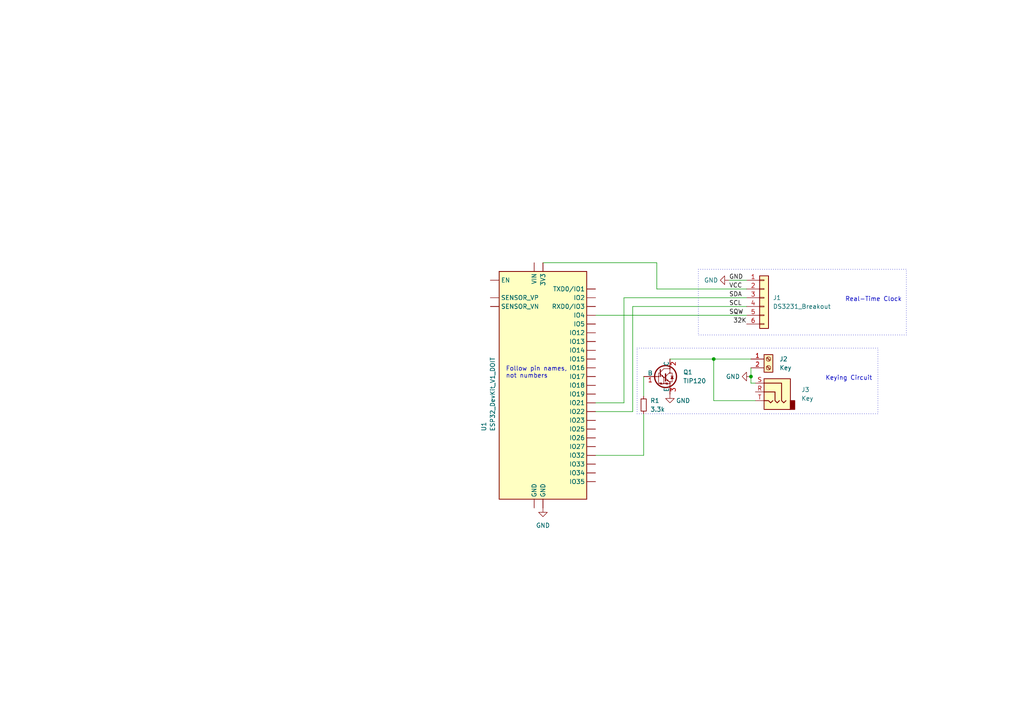
<source format=kicad_sch>
(kicad_sch (version 20230121) (generator eeschema)

  (uuid a80cd57a-a085-4fff-90a9-3d1c9c67c6a7)

  (paper "A4")

  (lib_symbols
    (symbol "Connector:Screw_Terminal_01x02" (pin_names (offset 1.016) hide) (in_bom yes) (on_board yes)
      (property "Reference" "J" (at 0 2.54 0)
        (effects (font (size 1.27 1.27)))
      )
      (property "Value" "Screw_Terminal_01x02" (at 0 -5.08 0)
        (effects (font (size 1.27 1.27)))
      )
      (property "Footprint" "" (at 0 0 0)
        (effects (font (size 1.27 1.27)) hide)
      )
      (property "Datasheet" "~" (at 0 0 0)
        (effects (font (size 1.27 1.27)) hide)
      )
      (property "ki_keywords" "screw terminal" (at 0 0 0)
        (effects (font (size 1.27 1.27)) hide)
      )
      (property "ki_description" "Generic screw terminal, single row, 01x02, script generated (kicad-library-utils/schlib/autogen/connector/)" (at 0 0 0)
        (effects (font (size 1.27 1.27)) hide)
      )
      (property "ki_fp_filters" "TerminalBlock*:*" (at 0 0 0)
        (effects (font (size 1.27 1.27)) hide)
      )
      (symbol "Screw_Terminal_01x02_1_1"
        (rectangle (start -1.27 1.27) (end 1.27 -3.81)
          (stroke (width 0.254) (type default))
          (fill (type background))
        )
        (circle (center 0 -2.54) (radius 0.635)
          (stroke (width 0.1524) (type default))
          (fill (type none))
        )
        (polyline
          (pts
            (xy -0.5334 -2.2098)
            (xy 0.3302 -3.048)
          )
          (stroke (width 0.1524) (type default))
          (fill (type none))
        )
        (polyline
          (pts
            (xy -0.5334 0.3302)
            (xy 0.3302 -0.508)
          )
          (stroke (width 0.1524) (type default))
          (fill (type none))
        )
        (polyline
          (pts
            (xy -0.3556 -2.032)
            (xy 0.508 -2.8702)
          )
          (stroke (width 0.1524) (type default))
          (fill (type none))
        )
        (polyline
          (pts
            (xy -0.3556 0.508)
            (xy 0.508 -0.3302)
          )
          (stroke (width 0.1524) (type default))
          (fill (type none))
        )
        (circle (center 0 0) (radius 0.635)
          (stroke (width 0.1524) (type default))
          (fill (type none))
        )
        (pin passive line (at -5.08 0 0) (length 3.81)
          (name "Pin_1" (effects (font (size 1.27 1.27))))
          (number "1" (effects (font (size 1.27 1.27))))
        )
        (pin passive line (at -5.08 -2.54 0) (length 3.81)
          (name "Pin_2" (effects (font (size 1.27 1.27))))
          (number "2" (effects (font (size 1.27 1.27))))
        )
      )
    )
    (symbol "Connector_Audio:AudioJack3" (in_bom yes) (on_board yes)
      (property "Reference" "J" (at 0 8.89 0)
        (effects (font (size 1.27 1.27)))
      )
      (property "Value" "AudioJack3" (at 0 6.35 0)
        (effects (font (size 1.27 1.27)))
      )
      (property "Footprint" "" (at 0 0 0)
        (effects (font (size 1.27 1.27)) hide)
      )
      (property "Datasheet" "~" (at 0 0 0)
        (effects (font (size 1.27 1.27)) hide)
      )
      (property "ki_keywords" "audio jack receptacle stereo headphones phones TRS connector" (at 0 0 0)
        (effects (font (size 1.27 1.27)) hide)
      )
      (property "ki_description" "Audio Jack, 3 Poles (Stereo / TRS)" (at 0 0 0)
        (effects (font (size 1.27 1.27)) hide)
      )
      (property "ki_fp_filters" "Jack*" (at 0 0 0)
        (effects (font (size 1.27 1.27)) hide)
      )
      (symbol "AudioJack3_0_1"
        (rectangle (start -5.08 -5.08) (end -6.35 -2.54)
          (stroke (width 0.254) (type default))
          (fill (type outline))
        )
        (polyline
          (pts
            (xy 0 -2.54)
            (xy 0.635 -3.175)
            (xy 1.27 -2.54)
            (xy 2.54 -2.54)
          )
          (stroke (width 0.254) (type default))
          (fill (type none))
        )
        (polyline
          (pts
            (xy -1.905 -2.54)
            (xy -1.27 -3.175)
            (xy -0.635 -2.54)
            (xy -0.635 0)
            (xy 2.54 0)
          )
          (stroke (width 0.254) (type default))
          (fill (type none))
        )
        (polyline
          (pts
            (xy 2.54 2.54)
            (xy -2.54 2.54)
            (xy -2.54 -2.54)
            (xy -3.175 -3.175)
            (xy -3.81 -2.54)
          )
          (stroke (width 0.254) (type default))
          (fill (type none))
        )
        (rectangle (start 2.54 3.81) (end -5.08 -5.08)
          (stroke (width 0.254) (type default))
          (fill (type background))
        )
      )
      (symbol "AudioJack3_1_1"
        (pin passive line (at 5.08 0 180) (length 2.54)
          (name "~" (effects (font (size 1.27 1.27))))
          (number "R" (effects (font (size 1.27 1.27))))
        )
        (pin passive line (at 5.08 2.54 180) (length 2.54)
          (name "~" (effects (font (size 1.27 1.27))))
          (number "S" (effects (font (size 1.27 1.27))))
        )
        (pin passive line (at 5.08 -2.54 180) (length 2.54)
          (name "~" (effects (font (size 1.27 1.27))))
          (number "T" (effects (font (size 1.27 1.27))))
        )
      )
    )
    (symbol "Connector_Generic:Conn_01x06" (pin_names (offset 1.016) hide) (in_bom yes) (on_board yes)
      (property "Reference" "J" (at 0 7.62 0)
        (effects (font (size 1.27 1.27)))
      )
      (property "Value" "Conn_01x06" (at 0 -10.16 0)
        (effects (font (size 1.27 1.27)))
      )
      (property "Footprint" "" (at 0 0 0)
        (effects (font (size 1.27 1.27)) hide)
      )
      (property "Datasheet" "~" (at 0 0 0)
        (effects (font (size 1.27 1.27)) hide)
      )
      (property "ki_keywords" "connector" (at 0 0 0)
        (effects (font (size 1.27 1.27)) hide)
      )
      (property "ki_description" "Generic connector, single row, 01x06, script generated (kicad-library-utils/schlib/autogen/connector/)" (at 0 0 0)
        (effects (font (size 1.27 1.27)) hide)
      )
      (property "ki_fp_filters" "Connector*:*_1x??_*" (at 0 0 0)
        (effects (font (size 1.27 1.27)) hide)
      )
      (symbol "Conn_01x06_1_1"
        (rectangle (start -1.27 -7.493) (end 0 -7.747)
          (stroke (width 0.1524) (type default))
          (fill (type none))
        )
        (rectangle (start -1.27 -4.953) (end 0 -5.207)
          (stroke (width 0.1524) (type default))
          (fill (type none))
        )
        (rectangle (start -1.27 -2.413) (end 0 -2.667)
          (stroke (width 0.1524) (type default))
          (fill (type none))
        )
        (rectangle (start -1.27 0.127) (end 0 -0.127)
          (stroke (width 0.1524) (type default))
          (fill (type none))
        )
        (rectangle (start -1.27 2.667) (end 0 2.413)
          (stroke (width 0.1524) (type default))
          (fill (type none))
        )
        (rectangle (start -1.27 5.207) (end 0 4.953)
          (stroke (width 0.1524) (type default))
          (fill (type none))
        )
        (rectangle (start -1.27 6.35) (end 1.27 -8.89)
          (stroke (width 0.254) (type default))
          (fill (type background))
        )
        (pin passive line (at -5.08 5.08 0) (length 3.81)
          (name "Pin_1" (effects (font (size 1.27 1.27))))
          (number "1" (effects (font (size 1.27 1.27))))
        )
        (pin passive line (at -5.08 2.54 0) (length 3.81)
          (name "Pin_2" (effects (font (size 1.27 1.27))))
          (number "2" (effects (font (size 1.27 1.27))))
        )
        (pin passive line (at -5.08 0 0) (length 3.81)
          (name "Pin_3" (effects (font (size 1.27 1.27))))
          (number "3" (effects (font (size 1.27 1.27))))
        )
        (pin passive line (at -5.08 -2.54 0) (length 3.81)
          (name "Pin_4" (effects (font (size 1.27 1.27))))
          (number "4" (effects (font (size 1.27 1.27))))
        )
        (pin passive line (at -5.08 -5.08 0) (length 3.81)
          (name "Pin_5" (effects (font (size 1.27 1.27))))
          (number "5" (effects (font (size 1.27 1.27))))
        )
        (pin passive line (at -5.08 -7.62 0) (length 3.81)
          (name "Pin_6" (effects (font (size 1.27 1.27))))
          (number "6" (effects (font (size 1.27 1.27))))
        )
      )
    )
    (symbol "Device:R_Small" (pin_numbers hide) (pin_names (offset 0.254) hide) (in_bom yes) (on_board yes)
      (property "Reference" "R" (at 0.762 0.508 0)
        (effects (font (size 1.27 1.27)) (justify left))
      )
      (property "Value" "R_Small" (at 0.762 -1.016 0)
        (effects (font (size 1.27 1.27)) (justify left))
      )
      (property "Footprint" "" (at 0 0 0)
        (effects (font (size 1.27 1.27)) hide)
      )
      (property "Datasheet" "~" (at 0 0 0)
        (effects (font (size 1.27 1.27)) hide)
      )
      (property "ki_keywords" "R resistor" (at 0 0 0)
        (effects (font (size 1.27 1.27)) hide)
      )
      (property "ki_description" "Resistor, small symbol" (at 0 0 0)
        (effects (font (size 1.27 1.27)) hide)
      )
      (property "ki_fp_filters" "R_*" (at 0 0 0)
        (effects (font (size 1.27 1.27)) hide)
      )
      (symbol "R_Small_0_1"
        (rectangle (start -0.762 1.778) (end 0.762 -1.778)
          (stroke (width 0.2032) (type default))
          (fill (type none))
        )
      )
      (symbol "R_Small_1_1"
        (pin passive line (at 0 2.54 270) (length 0.762)
          (name "~" (effects (font (size 1.27 1.27))))
          (number "1" (effects (font (size 1.27 1.27))))
        )
        (pin passive line (at 0 -2.54 90) (length 0.762)
          (name "~" (effects (font (size 1.27 1.27))))
          (number "2" (effects (font (size 1.27 1.27))))
        )
      )
    )
    (symbol "Transistor_BJT:TIP120" (pin_names (offset 0)) (in_bom yes) (on_board yes)
      (property "Reference" "Q" (at 5.08 1.905 0)
        (effects (font (size 1.27 1.27)) (justify left))
      )
      (property "Value" "TIP120" (at 5.08 0 0)
        (effects (font (size 1.27 1.27)) (justify left))
      )
      (property "Footprint" "Package_TO_SOT_THT:TO-220-3_Vertical" (at 5.08 -1.905 0)
        (effects (font (size 1.27 1.27) italic) (justify left) hide)
      )
      (property "Datasheet" "https://www.onsemi.com/pub/Collateral/TIP120-D.PDF" (at 0 0 0)
        (effects (font (size 1.27 1.27)) (justify left) hide)
      )
      (property "ki_keywords" "Darlington Power NPN Transistor" (at 0 0 0)
        (effects (font (size 1.27 1.27)) hide)
      )
      (property "ki_description" "5A Ic, 60V Vce, Silicon Darlington Power NPN Transistor, TO-220" (at 0 0 0)
        (effects (font (size 1.27 1.27)) hide)
      )
      (property "ki_fp_filters" "TO?220*" (at 0 0 0)
        (effects (font (size 1.27 1.27)) hide)
      )
      (symbol "TIP120_0_1"
        (circle (center -0.762 0) (radius 0.127)
          (stroke (width 0) (type default))
          (fill (type none))
        )
        (polyline
          (pts
            (xy -1.27 0)
            (xy -0.889 0)
          )
          (stroke (width 0) (type default))
          (fill (type none))
        )
        (polyline
          (pts
            (xy 2.54 -2.032)
            (xy 2.54 -2.54)
          )
          (stroke (width 0) (type default))
          (fill (type none))
        )
        (polyline
          (pts
            (xy 2.54 -1.524)
            (xy 3.175 -1.524)
          )
          (stroke (width 0) (type default))
          (fill (type none))
        )
        (polyline
          (pts
            (xy 2.794 0.127)
            (xy 3.556 0.127)
          )
          (stroke (width 0) (type default))
          (fill (type none))
        )
        (polyline
          (pts
            (xy 3.175 -0.635)
            (xy 3.175 -1.524)
          )
          (stroke (width 0) (type default))
          (fill (type none))
        )
        (polyline
          (pts
            (xy 3.175 1.016)
            (xy 2.54 1.016)
          )
          (stroke (width 0) (type default))
          (fill (type none))
        )
        (polyline
          (pts
            (xy 3.175 1.016)
            (xy 3.175 0.127)
          )
          (stroke (width 0) (type default))
          (fill (type none))
        )
        (polyline
          (pts
            (xy -0.254 0.762)
            (xy 0.762 -0.254)
            (xy 1.27 -0.254)
          )
          (stroke (width 0) (type default))
          (fill (type none))
        )
        (polyline
          (pts
            (xy -0.254 1.016)
            (xy -0.762 1.016)
            (xy -0.762 -2.032)
          )
          (stroke (width 0) (type default))
          (fill (type none))
        )
        (polyline
          (pts
            (xy -0.254 1.27)
            (xy 0.762 2.286)
            (xy 2.54 2.286)
          )
          (stroke (width 0) (type default))
          (fill (type none))
        )
        (polyline
          (pts
            (xy -0.254 2.032)
            (xy -0.254 0)
            (xy -0.254 0)
          )
          (stroke (width 0.3048) (type default))
          (fill (type none))
        )
        (polyline
          (pts
            (xy 1.27 0.762)
            (xy 1.27 -1.27)
            (xy 1.27 -1.27)
          )
          (stroke (width 0.381) (type default))
          (fill (type none))
        )
        (polyline
          (pts
            (xy 0.635 -0.127)
            (xy 0.381 0.381)
            (xy 0.127 0.127)
            (xy 0.635 -0.127)
          )
          (stroke (width 0) (type default))
          (fill (type none))
        )
        (polyline
          (pts
            (xy 1.27 -0.508)
            (xy 2.286 -1.524)
            (xy 2.54 -1.524)
            (xy 2.54 -2.032)
          )
          (stroke (width 0) (type default))
          (fill (type none))
        )
        (polyline
          (pts
            (xy 1.27 0)
            (xy 2.286 1.016)
            (xy 2.54 1.016)
            (xy 2.54 2.286)
          )
          (stroke (width 0) (type default))
          (fill (type none))
        )
        (polyline
          (pts
            (xy 2.159 -1.397)
            (xy 1.905 -0.889)
            (xy 1.651 -1.143)
            (xy 2.159 -1.397)
          )
          (stroke (width 0) (type default))
          (fill (type none))
        )
        (polyline
          (pts
            (xy 3.175 0.127)
            (xy 2.794 -0.635)
            (xy 3.556 -0.635)
            (xy 3.175 0.127)
          )
          (stroke (width 0) (type default))
          (fill (type outline))
        )
        (polyline
          (pts
            (xy 0.762 -2.032)
            (xy 0.381 -2.032)
            (xy 0.254 -2.286)
            (xy 0.127 -1.778)
            (xy 0 -2.286)
            (xy -0.127 -1.778)
            (xy -0.254 -2.286)
            (xy -0.381 -1.778)
            (xy -0.508 -2.032)
            (xy -0.762 -2.032)
          )
          (stroke (width 0) (type default))
          (fill (type none))
        )
        (polyline
          (pts
            (xy 0.762 -0.254)
            (xy 0.762 -2.032)
            (xy 1.143 -2.032)
            (xy 1.27 -1.778)
            (xy 1.397 -2.286)
            (xy 1.524 -1.778)
            (xy 1.651 -2.286)
            (xy 1.778 -1.778)
            (xy 1.905 -2.286)
            (xy 2.032 -2.032)
            (xy 2.54 -2.032)
          )
          (stroke (width 0) (type default))
          (fill (type none))
        )
        (circle (center 0.762 -2.032) (radius 0.127)
          (stroke (width 0) (type default))
          (fill (type none))
        )
        (circle (center 0.762 -0.254) (radius 0.127)
          (stroke (width 0) (type default))
          (fill (type none))
        )
        (circle (center 1.27 0) (radius 3.175)
          (stroke (width 0.3556) (type default))
          (fill (type none))
        )
        (circle (center 2.54 -2.032) (radius 0.127)
          (stroke (width 0) (type default))
          (fill (type none))
        )
        (circle (center 2.54 -1.524) (radius 0.127)
          (stroke (width 0) (type default))
          (fill (type none))
        )
        (circle (center 2.54 1.016) (radius 0.127)
          (stroke (width 0) (type default))
          (fill (type none))
        )
        (circle (center 2.54 2.286) (radius 0.127)
          (stroke (width 0) (type default))
          (fill (type none))
        )
      )
      (symbol "TIP120_1_1"
        (pin input line (at -5.08 0 0) (length 3.81)
          (name "B" (effects (font (size 1.27 1.27))))
          (number "1" (effects (font (size 1.27 1.27))))
        )
        (pin passive line (at 2.54 5.08 270) (length 2.667)
          (name "C" (effects (font (size 1.27 1.27))))
          (number "2" (effects (font (size 1.27 1.27))))
        )
        (pin passive line (at 2.54 -5.08 90) (length 2.54)
          (name "E" (effects (font (size 1.27 1.27))))
          (number "3" (effects (font (size 1.27 1.27))))
        )
      )
    )
    (symbol "esp32_devkit_v1_doit:ESP32_DevKit_V1_DOIT" (pin_numbers hide) (in_bom yes) (on_board yes)
      (property "Reference" "U" (at -11.43 34.29 0)
        (effects (font (size 1.27 1.27)))
      )
      (property "Value" "ESP32_DevKit_V1_DOIT" (at 11.43 34.29 0)
        (effects (font (size 1.27 1.27)))
      )
      (property "Footprint" "ESP32_DevKit_V1_DOIT:esp32_devkit_v1_doit" (at -11.43 34.29 0)
        (effects (font (size 1.27 1.27)) hide)
      )
      (property "Datasheet" "https://aliexpress.com/item/32864722159.html" (at -11.43 34.29 0)
        (effects (font (size 1.27 1.27)) hide)
      )
      (property "ki_keywords" "ESP32-WROOM-32 WiFi and Bluetooth microcontroller" (at 0 0 0)
        (effects (font (size 1.27 1.27)) hide)
      )
      (property "ki_description" "32-bit microcontroller module with WiFi and Bluetooth" (at 0 0 0)
        (effects (font (size 1.27 1.27)) hide)
      )
      (property "ki_fp_filters" "esp32?devkit?v1?doit*" (at 0 0 0)
        (effects (font (size 1.27 1.27)) hide)
      )
      (symbol "ESP32_DevKit_V1_DOIT_1_1"
        (rectangle (start -12.7 33.02) (end 12.7 -33.02)
          (stroke (width 0.254) (type solid))
          (fill (type background))
        )
        (pin input line (at -15.24 30.48 0) (length 2.54)
          (name "EN" (effects (font (size 1.27 1.27))))
          (number "1" (effects (font (size 1.27 1.27))))
        )
        (pin bidirectional line (at 15.24 -17.78 180) (length 2.54)
          (name "IO27" (effects (font (size 1.27 1.27))))
          (number "10" (effects (font (size 1.27 1.27))))
        )
        (pin bidirectional line (at 15.24 10.16 180) (length 2.54)
          (name "IO14" (effects (font (size 1.27 1.27))))
          (number "11" (effects (font (size 1.27 1.27))))
        )
        (pin bidirectional line (at 15.24 15.24 180) (length 2.54)
          (name "IO12" (effects (font (size 1.27 1.27))))
          (number "12" (effects (font (size 1.27 1.27))))
        )
        (pin bidirectional line (at 15.24 12.7 180) (length 2.54)
          (name "IO13" (effects (font (size 1.27 1.27))))
          (number "13" (effects (font (size 1.27 1.27))))
        )
        (pin power_in line (at -2.54 -35.56 90) (length 2.54)
          (name "GND" (effects (font (size 1.27 1.27))))
          (number "14" (effects (font (size 1.27 1.27))))
        )
        (pin power_in line (at -2.54 35.56 270) (length 2.54)
          (name "VIN" (effects (font (size 1.27 1.27))))
          (number "15" (effects (font (size 1.27 1.27))))
        )
        (pin power_in line (at 0 35.56 270) (length 2.54)
          (name "3V3" (effects (font (size 1.27 1.27))))
          (number "16" (effects (font (size 1.27 1.27))))
        )
        (pin power_in line (at 0 -35.56 90) (length 2.54)
          (name "GND" (effects (font (size 1.27 1.27))))
          (number "17" (effects (font (size 1.27 1.27))))
        )
        (pin bidirectional line (at 15.24 7.62 180) (length 2.54)
          (name "IO15" (effects (font (size 1.27 1.27))))
          (number "18" (effects (font (size 1.27 1.27))))
        )
        (pin bidirectional line (at 15.24 25.4 180) (length 2.54)
          (name "IO2" (effects (font (size 1.27 1.27))))
          (number "19" (effects (font (size 1.27 1.27))))
        )
        (pin input line (at -15.24 25.4 0) (length 2.54)
          (name "SENSOR_VP" (effects (font (size 1.27 1.27))))
          (number "2" (effects (font (size 1.27 1.27))))
        )
        (pin bidirectional line (at 15.24 20.32 180) (length 2.54)
          (name "IO4" (effects (font (size 1.27 1.27))))
          (number "20" (effects (font (size 1.27 1.27))))
        )
        (pin bidirectional line (at 15.24 5.08 180) (length 2.54)
          (name "IO16" (effects (font (size 1.27 1.27))))
          (number "21" (effects (font (size 1.27 1.27))))
        )
        (pin bidirectional line (at 15.24 2.54 180) (length 2.54)
          (name "IO17" (effects (font (size 1.27 1.27))))
          (number "22" (effects (font (size 1.27 1.27))))
        )
        (pin bidirectional line (at 15.24 17.78 180) (length 2.54)
          (name "IO5" (effects (font (size 1.27 1.27))))
          (number "23" (effects (font (size 1.27 1.27))))
        )
        (pin bidirectional line (at 15.24 0 180) (length 2.54)
          (name "IO18" (effects (font (size 1.27 1.27))))
          (number "24" (effects (font (size 1.27 1.27))))
        )
        (pin bidirectional line (at 15.24 -2.54 180) (length 2.54)
          (name "IO19" (effects (font (size 1.27 1.27))))
          (number "25" (effects (font (size 1.27 1.27))))
        )
        (pin bidirectional line (at 15.24 -5.08 180) (length 2.54)
          (name "IO21" (effects (font (size 1.27 1.27))))
          (number "26" (effects (font (size 1.27 1.27))))
        )
        (pin bidirectional line (at 15.24 22.86 180) (length 2.54)
          (name "RXD0/IO3" (effects (font (size 1.27 1.27))))
          (number "27" (effects (font (size 1.27 1.27))))
        )
        (pin bidirectional line (at 15.24 27.94 180) (length 2.54)
          (name "TXD0/IO1" (effects (font (size 1.27 1.27))))
          (number "28" (effects (font (size 1.27 1.27))))
        )
        (pin bidirectional line (at 15.24 -7.62 180) (length 2.54)
          (name "IO22" (effects (font (size 1.27 1.27))))
          (number "29" (effects (font (size 1.27 1.27))))
        )
        (pin input line (at -15.24 22.86 0) (length 2.54)
          (name "SENSOR_VN" (effects (font (size 1.27 1.27))))
          (number "3" (effects (font (size 1.27 1.27))))
        )
        (pin bidirectional line (at 15.24 -10.16 180) (length 2.54)
          (name "IO23" (effects (font (size 1.27 1.27))))
          (number "30" (effects (font (size 1.27 1.27))))
        )
        (pin input line (at 15.24 -25.4 180) (length 2.54)
          (name "IO34" (effects (font (size 1.27 1.27))))
          (number "4" (effects (font (size 1.27 1.27))))
        )
        (pin input line (at 15.24 -27.94 180) (length 2.54)
          (name "IO35" (effects (font (size 1.27 1.27))))
          (number "5" (effects (font (size 1.27 1.27))))
        )
        (pin bidirectional line (at 15.24 -20.32 180) (length 2.54)
          (name "IO32" (effects (font (size 1.27 1.27))))
          (number "6" (effects (font (size 1.27 1.27))))
        )
        (pin bidirectional line (at 15.24 -22.86 180) (length 2.54)
          (name "IO33" (effects (font (size 1.27 1.27))))
          (number "7" (effects (font (size 1.27 1.27))))
        )
        (pin bidirectional line (at 15.24 -12.7 180) (length 2.54)
          (name "IO25" (effects (font (size 1.27 1.27))))
          (number "8" (effects (font (size 1.27 1.27))))
        )
        (pin bidirectional line (at 15.24 -15.24 180) (length 2.54)
          (name "IO26" (effects (font (size 1.27 1.27))))
          (number "9" (effects (font (size 1.27 1.27))))
        )
      )
    )
    (symbol "power:GND" (power) (pin_names (offset 0)) (in_bom yes) (on_board yes)
      (property "Reference" "#PWR" (at 0 -6.35 0)
        (effects (font (size 1.27 1.27)) hide)
      )
      (property "Value" "GND" (at 0 -3.81 0)
        (effects (font (size 1.27 1.27)))
      )
      (property "Footprint" "" (at 0 0 0)
        (effects (font (size 1.27 1.27)) hide)
      )
      (property "Datasheet" "" (at 0 0 0)
        (effects (font (size 1.27 1.27)) hide)
      )
      (property "ki_keywords" "global power" (at 0 0 0)
        (effects (font (size 1.27 1.27)) hide)
      )
      (property "ki_description" "Power symbol creates a global label with name \"GND\" , ground" (at 0 0 0)
        (effects (font (size 1.27 1.27)) hide)
      )
      (symbol "GND_0_1"
        (polyline
          (pts
            (xy 0 0)
            (xy 0 -1.27)
            (xy 1.27 -1.27)
            (xy 0 -2.54)
            (xy -1.27 -1.27)
            (xy 0 -1.27)
          )
          (stroke (width 0) (type default))
          (fill (type none))
        )
      )
      (symbol "GND_1_1"
        (pin power_in line (at 0 0 270) (length 0) hide
          (name "GND" (effects (font (size 1.27 1.27))))
          (number "1" (effects (font (size 1.27 1.27))))
        )
      )
    )
  )

  (junction (at 207.01 104.14) (diameter 0) (color 0 0 0 0)
    (uuid 829d3cee-307f-4a2a-9c09-a8dfd9a83b13)
  )
  (junction (at 217.805 109.22) (diameter 0) (color 0 0 0 0)
    (uuid f8503daf-f59c-4b8d-976a-65806dbbd4ca)
  )

  (wire (pts (xy 186.69 132.08) (xy 172.72 132.08))
    (stroke (width 0) (type default))
    (uuid 09b33bac-a888-4d7d-a593-32f77f8d77de)
  )
  (wire (pts (xy 211.455 81.28) (xy 216.535 81.28))
    (stroke (width 0) (type default))
    (uuid 11e3d870-c761-4b0a-8d21-cc088a0848ee)
  )
  (wire (pts (xy 183.515 119.38) (xy 172.72 119.38))
    (stroke (width 0) (type default))
    (uuid 1b7b0d3a-34aa-429a-b8e7-dbaab89ce749)
  )
  (wire (pts (xy 190.5 83.82) (xy 190.5 76.2))
    (stroke (width 0) (type default))
    (uuid 3d1c61f3-4af0-4223-9a8f-568ed47c54b2)
  )
  (wire (pts (xy 183.515 88.9) (xy 183.515 119.38))
    (stroke (width 0) (type default))
    (uuid 657bce7b-3ee4-4650-af75-658a20a0c254)
  )
  (wire (pts (xy 180.975 86.36) (xy 216.535 86.36))
    (stroke (width 0) (type default))
    (uuid 76715d1d-d72d-408b-8015-68a4068aa9f9)
  )
  (wire (pts (xy 190.5 83.82) (xy 216.535 83.82))
    (stroke (width 0) (type default))
    (uuid 78d86229-5df4-4501-97d4-47b4bc5d3438)
  )
  (wire (pts (xy 217.805 111.125) (xy 219.075 111.125))
    (stroke (width 0) (type default))
    (uuid 79344405-0f81-42b0-8cc1-41a97ed6f3bf)
  )
  (wire (pts (xy 207.01 104.14) (xy 217.805 104.14))
    (stroke (width 0) (type default))
    (uuid 7e14ced9-f3c6-4b9a-a866-93c931669cbf)
  )
  (wire (pts (xy 190.5 76.2) (xy 157.48 76.2))
    (stroke (width 0) (type default))
    (uuid 81ef2c6a-5d86-45ec-b0d4-480805242f6e)
  )
  (wire (pts (xy 180.975 86.36) (xy 180.975 116.84))
    (stroke (width 0) (type default))
    (uuid 85a2cb5b-b797-441e-a9e3-23f41a3a6247)
  )
  (wire (pts (xy 172.72 91.44) (xy 216.535 91.44))
    (stroke (width 0) (type default))
    (uuid 8d1eac81-086e-4bc7-a193-ad31f612cfc3)
  )
  (wire (pts (xy 180.975 116.84) (xy 172.72 116.84))
    (stroke (width 0) (type default))
    (uuid 903c087c-a9c1-42c2-af44-771e75b0ab66)
  )
  (wire (pts (xy 217.805 109.22) (xy 217.805 111.125))
    (stroke (width 0) (type default))
    (uuid 9b866dbd-0e9d-4fe6-9ef2-0107d18fe73c)
  )
  (wire (pts (xy 207.01 104.14) (xy 207.01 116.205))
    (stroke (width 0) (type default))
    (uuid a26a9776-789b-4ac7-98d7-80f73559e753)
  )
  (wire (pts (xy 186.69 120.015) (xy 186.69 132.08))
    (stroke (width 0) (type default))
    (uuid c39a90e4-979c-4bc5-8c7f-54e555af8560)
  )
  (wire (pts (xy 217.805 106.68) (xy 217.805 109.22))
    (stroke (width 0) (type default))
    (uuid cf47a831-5f10-4eaa-9bb9-66315c241b36)
  )
  (wire (pts (xy 183.515 88.9) (xy 216.535 88.9))
    (stroke (width 0) (type default))
    (uuid d143a5e4-92d6-4d2f-9437-8b0dd57e742a)
  )
  (wire (pts (xy 207.01 116.205) (xy 219.075 116.205))
    (stroke (width 0) (type default))
    (uuid d8c60ad8-96b4-4a38-92a7-18d983253d31)
  )
  (wire (pts (xy 194.31 104.14) (xy 207.01 104.14))
    (stroke (width 0) (type default))
    (uuid e204ed8f-bcb0-43d9-a32a-7d155c9ad4a9)
  )
  (wire (pts (xy 186.69 109.22) (xy 186.69 114.935))
    (stroke (width 0) (type default))
    (uuid f17246ae-5808-4d63-a0d7-0b9dcb2d456f)
  )

  (rectangle (start 202.565 78.105) (end 262.89 97.155)
    (stroke (width 0) (type dot))
    (fill (type none))
    (uuid 20663490-a961-40f7-9bce-ecd58e084a0f)
  )
  (rectangle (start 184.785 100.965) (end 254.635 120.015)
    (stroke (width 0) (type dot))
    (fill (type none))
    (uuid 43815796-bf32-4e6e-9211-6dd35400099d)
  )

  (text "Real-Time Clock" (at 245.11 87.63 0)
    (effects (font (size 1.27 1.27)) (justify left bottom))
    (uuid 413cc64a-c55a-4fd6-830d-d4fa1287998f)
  )
  (text "Follow pin names, \nnot numbers" (at 146.685 109.855 0)
    (effects (font (size 1.27 1.27)) (justify left bottom))
    (uuid 49395b69-5280-4e1a-895f-01889c1806b4)
  )
  (text "Keying Circuit" (at 239.395 110.49 0)
    (effects (font (size 1.27 1.27)) (justify left bottom))
    (uuid bbdbe882-2972-43f5-9ba8-a54998a5cca2)
  )

  (label "SDA" (at 211.455 86.36 0) (fields_autoplaced)
    (effects (font (size 1.27 1.27)) (justify left bottom))
    (uuid 6cedb872-4605-4bb3-8b00-eac051702749)
  )
  (label "32K" (at 216.535 93.98 180) (fields_autoplaced)
    (effects (font (size 1.27 1.27)) (justify right bottom))
    (uuid 6e32e09f-bd7f-4cba-a2d2-3735eee4e98e)
  )
  (label "GND" (at 211.455 81.28 0) (fields_autoplaced)
    (effects (font (size 1.27 1.27)) (justify left bottom))
    (uuid a27d2f2e-3b49-40b3-b826-0de39de05ad2)
  )
  (label "VCC" (at 211.455 83.82 0) (fields_autoplaced)
    (effects (font (size 1.27 1.27)) (justify left bottom))
    (uuid b36aa8a0-0dc3-4e09-890e-80071fd01179)
  )
  (label "SQW" (at 211.455 91.44 0) (fields_autoplaced)
    (effects (font (size 1.27 1.27)) (justify left bottom))
    (uuid b8b6c5eb-f19d-405e-a802-d93bfd8b088e)
  )
  (label "SCL" (at 211.455 88.9 0) (fields_autoplaced)
    (effects (font (size 1.27 1.27)) (justify left bottom))
    (uuid d7671fbb-8350-4f89-8d2c-1ccb72c50c1b)
  )

  (symbol (lib_id "Connector_Generic:Conn_01x06") (at 221.615 86.36 0) (unit 1)
    (in_bom yes) (on_board yes) (dnp no)
    (uuid 0192e173-eab1-49e2-90e9-06b112144dbc)
    (property "Reference" "J1" (at 224.155 86.36 0)
      (effects (font (size 1.27 1.27)) (justify left))
    )
    (property "Value" "DS3231_Breakout" (at 224.155 88.9 0)
      (effects (font (size 1.27 1.27)) (justify left))
    )
    (property "Footprint" "MBK_Library:DS3231_breakout" (at 221.615 86.36 0)
      (effects (font (size 1.27 1.27)) hide)
    )
    (property "Datasheet" "~" (at 221.615 86.36 0)
      (effects (font (size 1.27 1.27)) hide)
    )
    (pin "1" (uuid 44be9fe4-7f3f-4d15-9d60-66c752f8f865))
    (pin "2" (uuid 1f41cc8f-a610-4d59-b19c-08a38e58b36d))
    (pin "3" (uuid 7fb5381c-6939-409b-89d6-478a3e8ec5c5))
    (pin "4" (uuid 08c310ce-bc73-44da-9762-685fad869027))
    (pin "5" (uuid e76e4736-b423-44ff-be0c-b860e0036cba))
    (pin "6" (uuid fc33fff4-e00d-4a3c-9c15-d5237fc22be0))
    (instances
      (project "Vulpes"
        (path "/a80cd57a-a085-4fff-90a9-3d1c9c67c6a7"
          (reference "J1") (unit 1)
        )
      )
    )
  )

  (symbol (lib_id "Transistor_BJT:TIP120") (at 191.77 109.22 0) (unit 1)
    (in_bom yes) (on_board yes) (dnp no) (fields_autoplaced)
    (uuid 8bf7f5c5-3c1b-4a51-8ae9-dd46a0234b22)
    (property "Reference" "Q1" (at 198.12 107.95 0)
      (effects (font (size 1.27 1.27)) (justify left))
    )
    (property "Value" "TIP120" (at 198.12 110.49 0)
      (effects (font (size 1.27 1.27)) (justify left))
    )
    (property "Footprint" "Package_TO_SOT_THT:TO-220-3_Horizontal_TabDown" (at 196.85 111.125 0)
      (effects (font (size 1.27 1.27) italic) (justify left) hide)
    )
    (property "Datasheet" "https://www.onsemi.com/pub/Collateral/TIP120-D.PDF" (at 191.77 109.22 0)
      (effects (font (size 1.27 1.27)) (justify left) hide)
    )
    (pin "1" (uuid b9815baa-c67e-4fa3-b607-bc7a4b452acd))
    (pin "2" (uuid 9e94ef41-004f-4d1e-8810-6d425c36209e))
    (pin "3" (uuid e4962e07-17eb-4715-b99b-4251741791f1))
    (instances
      (project "Vulpes"
        (path "/a80cd57a-a085-4fff-90a9-3d1c9c67c6a7"
          (reference "Q1") (unit 1)
        )
      )
    )
  )

  (symbol (lib_id "Device:R_Small") (at 186.69 117.475 0) (unit 1)
    (in_bom yes) (on_board yes) (dnp no)
    (uuid 8cd45f4f-a962-42f2-84da-ad592e404051)
    (property "Reference" "R1" (at 188.595 116.205 0)
      (effects (font (size 1.27 1.27)) (justify left))
    )
    (property "Value" "3.3k" (at 188.595 118.745 0)
      (effects (font (size 1.27 1.27)) (justify left))
    )
    (property "Footprint" "Resistor_THT:R_Axial_DIN0207_L6.3mm_D2.5mm_P10.16mm_Horizontal" (at 186.69 117.475 0)
      (effects (font (size 1.27 1.27)) hide)
    )
    (property "Datasheet" "~" (at 186.69 117.475 0)
      (effects (font (size 1.27 1.27)) hide)
    )
    (pin "1" (uuid a15b0b30-566a-4573-9a9d-2dac26d73980))
    (pin "2" (uuid b4e7384e-d640-4913-aeac-20142b686d7d))
    (instances
      (project "Vulpes"
        (path "/a80cd57a-a085-4fff-90a9-3d1c9c67c6a7"
          (reference "R1") (unit 1)
        )
      )
    )
  )

  (symbol (lib_id "esp32_devkit_v1_doit:ESP32_DevKit_V1_DOIT") (at 157.48 111.76 0) (unit 1)
    (in_bom yes) (on_board yes) (dnp no)
    (uuid 92caae51-7ba1-4181-8212-72bd13a20995)
    (property "Reference" "U1" (at 140.335 125.095 90)
      (effects (font (size 1.27 1.27)) (justify left))
    )
    (property "Value" "ESP32_DevKit_V1_DOIT" (at 142.875 125.095 90)
      (effects (font (size 1.27 1.27)) (justify left))
    )
    (property "Footprint" "esp32_devkit_v1_doit:esp32_devkit_v1_doit" (at 146.05 77.47 0)
      (effects (font (size 1.27 1.27)) hide)
    )
    (property "Datasheet" "https://aliexpress.com/item/32864722159.html" (at 146.05 77.47 0)
      (effects (font (size 1.27 1.27)) hide)
    )
    (pin "1" (uuid e9f5388c-3355-48ce-8e3c-5caf3213b33f))
    (pin "10" (uuid c8f77777-aae0-41d5-a315-d1e2d886f6dd))
    (pin "11" (uuid 9dbc9c99-7ec6-4f39-a58d-76aa07f5ec88))
    (pin "12" (uuid 367ea274-8967-48be-a36e-7b8a8a6e511d))
    (pin "13" (uuid d8a12b5c-7f3c-486a-a263-f7d240d6514d))
    (pin "14" (uuid 4209eb19-8dd3-4578-a059-0820ced79e05))
    (pin "15" (uuid 3c3ed154-60bd-4481-8261-df72ab5071c6))
    (pin "16" (uuid 7b48ce60-c7cd-423a-bd42-fafc7f25e580))
    (pin "17" (uuid 04d4819b-dfbe-4931-bf39-263864d4c712))
    (pin "18" (uuid f2c1dccb-3dee-4eb5-979c-4917a5eb2a67))
    (pin "19" (uuid c0cb99af-e71b-4b7c-bfb6-35f9812c9812))
    (pin "2" (uuid c29d1e42-e120-406e-aaf9-7b984412ff00))
    (pin "20" (uuid c9e248e5-ceb6-471d-9341-6aa16f02a806))
    (pin "21" (uuid 5065a5ee-402b-448b-8c66-2e64a761fcb5))
    (pin "22" (uuid 460bb7d0-51ad-45f5-8752-626f50509cd7))
    (pin "23" (uuid 38a3b565-730a-4c90-aa85-248740ff2d13))
    (pin "24" (uuid c3396761-0ffe-4f99-a528-5d40ec1ea3f4))
    (pin "25" (uuid e874bf8d-09a5-479c-af9b-7ff95c5aa834))
    (pin "26" (uuid fd4c251c-680c-4605-ae6f-981fb9f798c6))
    (pin "27" (uuid bde83777-e4a1-4161-a660-9da49b5fa535))
    (pin "28" (uuid a1e97bfc-8a6f-474e-b092-ebf45e7e5d11))
    (pin "29" (uuid 3512f770-b2a7-4dec-ae7e-8c2a7512a0b7))
    (pin "3" (uuid a95303ed-c2e1-46a5-bad4-56840e224ef0))
    (pin "30" (uuid f3de89b4-e6a9-49c3-ba16-5efd4aa3c820))
    (pin "4" (uuid 5e21dac9-d4df-4d69-be4e-c006ef29d53e))
    (pin "5" (uuid bd9455c0-ae48-475d-9119-ae45920fd71e))
    (pin "6" (uuid 9e1bbed9-be02-488c-a26e-88a41f8a0f97))
    (pin "7" (uuid 7ab747fd-30bb-40a3-8a18-7e2a987e56d8))
    (pin "8" (uuid 2111b152-9a85-49df-8c07-c884f4064d87))
    (pin "9" (uuid 693bd723-85d5-4060-b212-2dc4a87b2862))
    (instances
      (project "Vulpes"
        (path "/a80cd57a-a085-4fff-90a9-3d1c9c67c6a7"
          (reference "U1") (unit 1)
        )
      )
    )
  )

  (symbol (lib_id "power:GND") (at 194.31 114.3 0) (unit 1)
    (in_bom yes) (on_board yes) (dnp no)
    (uuid c30cedec-c293-4cc7-b585-d0ab2c8bdd42)
    (property "Reference" "#PWR05" (at 194.31 120.65 0)
      (effects (font (size 1.27 1.27)) hide)
    )
    (property "Value" "GND" (at 198.12 116.205 0)
      (effects (font (size 1.27 1.27)))
    )
    (property "Footprint" "" (at 194.31 114.3 0)
      (effects (font (size 1.27 1.27)) hide)
    )
    (property "Datasheet" "" (at 194.31 114.3 0)
      (effects (font (size 1.27 1.27)) hide)
    )
    (pin "1" (uuid 5f7dfc1c-519a-4662-b5cd-241905f44316))
    (instances
      (project "Vulpes"
        (path "/a80cd57a-a085-4fff-90a9-3d1c9c67c6a7"
          (reference "#PWR05") (unit 1)
        )
      )
    )
  )

  (symbol (lib_id "power:GND") (at 157.48 147.32 0) (unit 1)
    (in_bom yes) (on_board yes) (dnp no) (fields_autoplaced)
    (uuid d29beb05-1b42-4bc2-937a-1d6db93e7276)
    (property "Reference" "#PWR01" (at 157.48 153.67 0)
      (effects (font (size 1.27 1.27)) hide)
    )
    (property "Value" "GND" (at 157.48 152.4 0)
      (effects (font (size 1.27 1.27)))
    )
    (property "Footprint" "" (at 157.48 147.32 0)
      (effects (font (size 1.27 1.27)) hide)
    )
    (property "Datasheet" "" (at 157.48 147.32 0)
      (effects (font (size 1.27 1.27)) hide)
    )
    (pin "1" (uuid 5dae6275-d522-46f0-8af1-f55047a1ab30))
    (instances
      (project "Vulpes"
        (path "/a80cd57a-a085-4fff-90a9-3d1c9c67c6a7"
          (reference "#PWR01") (unit 1)
        )
      )
    )
  )

  (symbol (lib_id "power:GND") (at 211.455 81.28 270) (unit 1)
    (in_bom yes) (on_board yes) (dnp no) (fields_autoplaced)
    (uuid d6e4b4a1-96e0-40c3-9255-e9abf9ae69ba)
    (property "Reference" "#PWR04" (at 205.105 81.28 0)
      (effects (font (size 1.27 1.27)) hide)
    )
    (property "Value" "GND" (at 208.28 81.28 90)
      (effects (font (size 1.27 1.27)) (justify right))
    )
    (property "Footprint" "" (at 211.455 81.28 0)
      (effects (font (size 1.27 1.27)) hide)
    )
    (property "Datasheet" "" (at 211.455 81.28 0)
      (effects (font (size 1.27 1.27)) hide)
    )
    (pin "1" (uuid 9de04fa7-db05-49b4-b815-266f1a5f0dd4))
    (instances
      (project "Vulpes"
        (path "/a80cd57a-a085-4fff-90a9-3d1c9c67c6a7"
          (reference "#PWR04") (unit 1)
        )
      )
    )
  )

  (symbol (lib_id "Connector:Screw_Terminal_01x02") (at 222.885 104.14 0) (unit 1)
    (in_bom yes) (on_board yes) (dnp no) (fields_autoplaced)
    (uuid dcc456e6-cf20-47df-a455-50a9186d7b8b)
    (property "Reference" "J2" (at 226.06 104.14 0)
      (effects (font (size 1.27 1.27)) (justify left))
    )
    (property "Value" "Key" (at 226.06 106.68 0)
      (effects (font (size 1.27 1.27)) (justify left))
    )
    (property "Footprint" "TerminalBlock:TerminalBlock_bornier-2_P5.08mm" (at 222.885 104.14 0)
      (effects (font (size 1.27 1.27)) hide)
    )
    (property "Datasheet" "~" (at 222.885 104.14 0)
      (effects (font (size 1.27 1.27)) hide)
    )
    (pin "1" (uuid 9b179d3d-8ef3-48e5-b7ae-d293f162ce23))
    (pin "2" (uuid e5acc579-2210-4999-acf8-994468a14ce0))
    (instances
      (project "Vulpes"
        (path "/a80cd57a-a085-4fff-90a9-3d1c9c67c6a7"
          (reference "J2") (unit 1)
        )
      )
    )
  )

  (symbol (lib_id "power:GND") (at 217.805 109.22 270) (unit 1)
    (in_bom yes) (on_board yes) (dnp no) (fields_autoplaced)
    (uuid e8de5fa6-9d7f-495b-ac7b-4c95e848ee45)
    (property "Reference" "#PWR02" (at 211.455 109.22 0)
      (effects (font (size 1.27 1.27)) hide)
    )
    (property "Value" "GND" (at 214.63 109.22 90)
      (effects (font (size 1.27 1.27)) (justify right))
    )
    (property "Footprint" "" (at 217.805 109.22 0)
      (effects (font (size 1.27 1.27)) hide)
    )
    (property "Datasheet" "" (at 217.805 109.22 0)
      (effects (font (size 1.27 1.27)) hide)
    )
    (pin "1" (uuid 648df200-e4d2-48e4-8324-e1a9128b86ff))
    (instances
      (project "Vulpes"
        (path "/a80cd57a-a085-4fff-90a9-3d1c9c67c6a7"
          (reference "#PWR02") (unit 1)
        )
      )
    )
  )

  (symbol (lib_id "Connector_Audio:AudioJack3") (at 224.155 113.665 0) (mirror y) (unit 1)
    (in_bom yes) (on_board yes) (dnp no) (fields_autoplaced)
    (uuid f0fe1823-b070-4093-a96c-a8ab857d5528)
    (property "Reference" "J3" (at 232.41 113.03 0)
      (effects (font (size 1.27 1.27)) (justify right))
    )
    (property "Value" "Key" (at 232.41 115.57 0)
      (effects (font (size 1.27 1.27)) (justify right))
    )
    (property "Footprint" "Connector_Audio:Jack_3.5mm_Ledino_KB3SPRS_Horizontal" (at 224.155 113.665 0)
      (effects (font (size 1.27 1.27)) hide)
    )
    (property "Datasheet" "~" (at 224.155 113.665 0)
      (effects (font (size 1.27 1.27)) hide)
    )
    (pin "R" (uuid 33b0a394-7cf5-4a36-ad52-cdd7d2b0f13a))
    (pin "S" (uuid 7f86e379-e63c-4427-ba97-2e680ff3d090))
    (pin "T" (uuid 79e7a1c5-d0c3-419c-8344-7da88fa65709))
    (instances
      (project "Vulpes"
        (path "/a80cd57a-a085-4fff-90a9-3d1c9c67c6a7"
          (reference "J3") (unit 1)
        )
      )
    )
  )

  (sheet_instances
    (path "/" (page "1"))
  )
)

</source>
